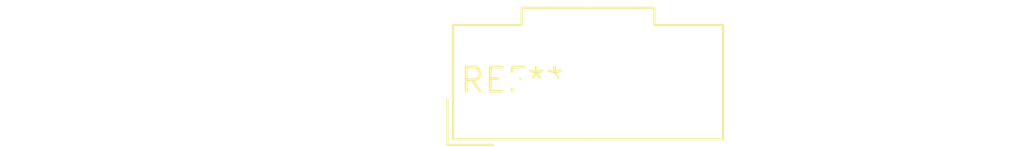
<source format=kicad_pcb>
(kicad_pcb (version 20240108) (generator pcbnew)
  (layers (0 "F.Cu" signal) (31 "B.Cu" signal) (34 "B.Paste" user) (35 "F.Paste" user) (36 "B.SilkS" user "B.Silkscreen") (37 "F.SilkS" user "F.Silkscreen") (38 "B.Mask" user) (39 "F.Mask" user) (44 "Edge.Cuts" user))
  (net 0 "")
  (footprint "Molex_MicroClasp_55932-0510_1x05_P2.00mm_Vertical" (layer "F.Cu") (at 0 0)
    (property "Reference" "REF**")
    (property "Value" "Molex_MicroClasp_55932-0510_1x05_P2.00mm_Vertical")
    (fp_line (start -3.41 1) (end -3.41 3.41) (layer "F.SilkS") (stroke (width 0.12)))
    (fp_line (start -3.41 3.41) (end -1 3.41) (layer "F.SilkS") (stroke (width 0.12)))
    (fp_line (start -3.11 -2.91) (end -3.11 3.11) (layer "F.SilkS") (stroke (width 0.12)))
    (fp_line (start -3.11 3.11) (end 4 3.11) (layer "F.SilkS") (stroke (width 0.12)))
    (fp_line (start 0.5 -3.81) (end 0.5 -2.91) (layer "F.SilkS") (stroke (width 0.12)))
    (fp_line (start 0.5 -2.91) (end -3.11 -2.91) (layer "F.SilkS") (stroke (width 0.12)))
    (fp_line (start 4 -3.81) (end 0.5 -3.81) (layer "F.SilkS") (stroke (width 0.12)))
    (fp_line (start 4 -3.81) (end 7.5 -3.81) (layer "F.SilkS") (stroke (width 0.12)))
    (fp_line (start 7.5 -3.81) (end 7.5 -2.91) (layer "F.SilkS") (stroke (width 0.12)))
    (fp_line (start 7.5 -2.91) (end 11.11 -2.91) (layer "F.SilkS") (stroke (width 0.12)))
    (fp_line (start 11.11 -2.91) (end 11.11 3.11) (layer "F.SilkS") (stroke (width 0.12)))
    (fp_line (start 11.11 3.11) (end 4 3.11) (layer "F.SilkS") (stroke (width 0.12)))
    (pad "" np_thru_hole circle (at 10 -1.9) (size 1.3 1.3) (drill 1.3) (layers *.Cu *.Mask))
    (pad "1" thru_hole roundrect (at 0 0) (size 1.2 1.8) (drill 0.8) (layers *.Cu *.Mask) (remove_unused_layers) (roundrect_rratio 0.208333))
    (pad "2" thru_hole oval (at 2 0) (size 1.2 1.8) (drill 0.8) (layers *.Cu *.Mask) (remove_unused_layers))
    (pad "3" thru_hole oval (at 4 0) (size 1.2 1.8) (drill 0.8) (layers *.Cu *.Mask) (remove_unused_layers))
    (pad "4" thru_hole oval (at 6 0) (size 1.2 1.8) (drill 0.8) (layers *.Cu *.Mask) (remove_unused_layers))
    (pad "5" thru_hole oval (at 8 0) (size 1.2 1.8) (drill 0.8) (layers *.Cu *.Mask) (remove_unused_layers))
  )
)
</source>
